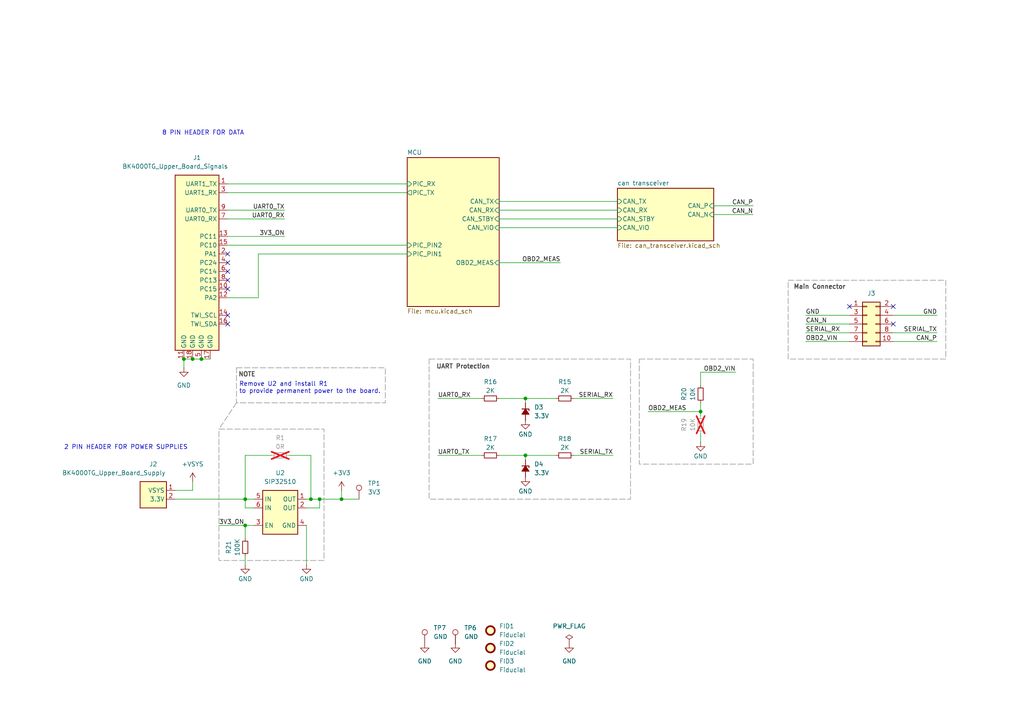
<source format=kicad_sch>
(kicad_sch (version 20250114) (generator "eeschema") (generator_version "9.0")
  (paper "A4")
  (title_block (title "CANLink") (date "2025-02-07") (rev "R1") (comment 1 "TOP"))
  (lib_symbols
    (symbol "Connector:TestPoint" (pin_numbers (hide yes)) (pin_names (offset 0.762) (hide yes))
      (property "Reference" "TP" (at 0 6.858 0))
      (property "Value" "TestPoint" (at 0 5.08 0))
      (symbol "TestPoint_0_1"
        (circle (center 0 3.302) (radius 0.762))
      )
      (symbol "TestPoint_1_1"
        (pin passive line (at 0 0 90) (length 2.54) (name "1") (number "1"))
      )
    )
    (symbol "Connector_Generic:Conn_02x05_Odd_Even" (pin_names (offset 1.016) (hide yes))
      (property "Reference" "J" (at 1.27 7.62 0))
      (property "Value" "Conn_02x05_Odd_Even" (at 1.27 -7.62 0))
      (symbol "Conn_02x05_Odd_Even_1_1"
        (rectangle (start -1.27 6.35) (end 3.81 -6.35) (stroke (width 0.254)) (fill (type background)))
        (rectangle (start -1.27 5.207) (end 0 4.953) (stroke (width 0.1524)))
        (rectangle (start -1.27 2.667) (end 0 2.413) (stroke (width 0.1524)))
        (rectangle (start -1.27 0.127) (end 0 -0.127) (stroke (width 0.1524)))
        (rectangle (start -1.27 -2.413) (end 0 -2.667) (stroke (width 0.1524)))
        (rectangle (start -1.27 -4.953) (end 0 -5.207) (stroke (width 0.1524)))
        (rectangle (start 3.81 5.207) (end 2.54 4.953) (stroke (width 0.1524)))
        (rectangle (start 3.81 2.667) (end 2.54 2.413) (stroke (width 0.1524)))
        (rectangle (start 3.81 0.127) (end 2.54 -0.127) (stroke (width 0.1524)))
        (rectangle (start 3.81 -2.413) (end 2.54 -2.667) (stroke (width 0.1524)))
        (rectangle (start 3.81 -4.953) (end 2.54 -5.207) (stroke (width 0.1524)))
        (pin passive line (at -5.08 5.08 0) (length 3.81) (name "Pin_1") (number "1"))
        (pin passive line (at -5.08 2.54 0) (length 3.81) (name "Pin_3") (number "3"))
        (pin passive line (at -5.08 0 0) (length 3.81) (name "Pin_5") (number "5"))
        (pin passive line (at -5.08 -2.54 0) (length 3.81) (name "Pin_7") (number "7"))
        (pin passive line (at -5.08 -5.08 0) (length 3.81) (name "Pin_9") (number "9"))
        (pin passive line (at 7.62 5.08 180) (length 3.81) (name "Pin_2") (number "2"))
        (pin passive line (at 7.62 2.54 180) (length 3.81) (name "Pin_4") (number "4"))
        (pin passive line (at 7.62 0 180) (length 3.81) (name "Pin_6") (number "6"))
        (pin passive line (at 7.62 -2.54 180) (length 3.81) (name "Pin_8") (number "8"))
        (pin passive line (at 7.62 -5.08 180) (length 3.81) (name "Pin_10") (number "10"))
      )
    )
    (symbol "Device:D_Zener_Small_Filled" (pin_numbers (hide yes)) (pin_names (offset 0.254) (hide yes))
      (property "Reference" "D" (at 0 2.286 0))
      (property "Value" "D_Zener_Small_Filled" (at 0 -2.286 0))
      (symbol "D_Zener_Small_Filled_0_1"
        (polyline (pts (xy -0.254 1.016) (xy -0.762 1.016) (xy -0.762 -1.016)) (stroke (width 0.254)))
        (polyline (pts (xy 0.762 1.016) (xy -0.762 0) (xy 0.762 -1.016) (xy 0.762 1.016)) (stroke (width 0.254)) (fill (type outline)))
        (polyline (pts (xy 0.762 0) (xy -0.762 0)))
      )
      (symbol "D_Zener_Small_Filled_1_1"
        (pin passive line (at -2.54 0 0) (length 1.778) (name "K") (number "1"))
        (pin passive line (at 2.54 0 180) (length 1.778) (name "A") (number "2"))
      )
    )
    (symbol "Device:R_Small" (pin_numbers (hide yes)) (pin_names (offset 0.254) (hide yes))
      (property "Reference" "R" (at 0.762 0.508 0))
      (property "Value" "R_Small" (at 0.762 -1.016 0))
      (symbol "R_Small_0_1"
        (rectangle (start -0.762 1.778) (end 0.762 -1.778) (stroke (width 0.2032)))
      )
      (symbol "R_Small_1_1"
        (pin passive line (at 0 2.54 270) (length 0.762) (name "~") (number "1"))
        (pin passive line (at 0 -2.54 90) (length 0.762) (name "~") (number "2"))
      )
    )
    (symbol "GND_1" (power) (pin_numbers (hide yes)) (pin_names (offset 0) (hide yes))
      (property "Value" "GND" (at 0 -3.81 0))
      (symbol "GND_1_0_1"
        (polyline (pts (xy 0 0) (xy 0 -1.27) (xy 1.27 -1.27) (xy 0 -2.54) (xy -1.27 -1.27) (xy 0 -1.27)))
      )
      (symbol "GND_1_1_1"
        (pin power_in line (at 0 0 270) (length 0) (name "~") (number "1"))
      )
    )
    (symbol "GND_3" (power) (pin_numbers (hide yes)) (pin_names (offset 0) (hide yes))
      (property "Value" "GND" (at 0 -3.81 0))
      (symbol "GND_3_0_1"
        (polyline (pts (xy 0 0) (xy 0 -1.27) (xy 1.27 -1.27) (xy 0 -2.54) (xy -1.27 -1.27) (xy 0 -1.27)))
      )
      (symbol "GND_3_1_1"
        (pin power_in line (at 0 0 270) (length 0) (name "~") (number "1"))
      )
    )
    (symbol "Mechanical:Fiducial"
      (property "Reference" "FID" (at 0 5.08 0))
      (property "Value" "Fiducial" (at 0 3.175 0))
      (symbol "Fiducial_0_1"
        (circle (center 0 0) (radius 1.27) (stroke (width 0.508)) (fill (type background)))
      )
    )
    (symbol "My_Libraries:+VSYS" (power) (in_bom no) (on_board no)
      (property "Value" "+VSYS" (at 0 3.81 0))
      (symbol "+VSYS_0_1"
        (polyline (pts (xy 0 2.54) (xy -0.762 1.27)))
        (polyline (pts (xy 0 2.54) (xy 0.762 1.27)))
        (polyline (pts (xy 0 0) (xy 0 2.54)))
      )
      (symbol "+VSYS_1_1"
        (pin power_in line (at 0 0 90) (length 0) (hide yes) (name "+VSYS") (number ""))
      )
    )
    (symbol "My_Libraries:BK4000TG_Upper_Board_Signals"
      (property "Reference" "J" (at 0 30.48 0))
      (property "Value" "BK4000TG_Upper_Board_Signals" (at 0 27.94 0))
      (symbol "BK4000TG_Upper_Board_Signals_0_1"
        (rectangle (start -5.08 25.4) (end 7.62 -25.4) (stroke (width 0.254)) (fill (type background)))
      )
      (symbol "BK4000TG_Upper_Board_Signals_1_1"
        (pin power_in line (at -2.54 -27.94 90) (length 2.54) (name "GND") (number "11"))
        (pin power_in line (at 0 -27.94 90) (length 2.54) (name "GND") (number "18"))
        (pin power_in line (at 2.54 -27.94 90) (length 2.54) (name "GND") (number "5"))
        (pin power_in line (at 5.08 -27.94 90) (length 2.54) (name "GND") (number "17"))
        (pin passive line (at 10.16 22.86 180) (length 2.54) (name "UART1_TX") (number "1"))
        (pin passive line (at 10.16 20.32 180) (length 2.54) (name "UART1_RX") (number "3"))
        (pin passive line (at 10.16 15.24 180) (length 2.54) (name "UART0_TX") (number "9"))
        (pin passive line (at 10.16 12.7 180) (length 2.54) (name "UART0_RX") (number "7"))
        (pin passive line (at 10.16 7.62 180) (length 2.54) (name "PC11") (number "13"))
        (pin passive line (at 10.16 5.08 180) (length 2.54) (name "PC10") (number "15"))
        (pin passive line (at 10.16 2.54 180) (length 2.54) (name "PA1") (number "2"))
        (pin passive line (at 10.16 0 180) (length 2.54) (name "PC24") (number "4"))
        (pin passive line (at 10.16 -2.54 180) (length 2.54) (name "PC14") (number "6"))
        (pin passive line (at 10.16 -5.08 180) (length 2.54) (name "PC13") (number "8"))
        (pin passive line (at 10.16 -7.62 180) (length 2.54) (name "PC15") (number "10"))
        (pin passive line (at 10.16 -10.16 180) (length 2.54) (name "PA2") (number "12"))
        (pin passive line (at 10.16 -15.24 180) (length 2.54) (name "TWI_SCL") (number "14"))
        (pin passive line (at 10.16 -17.78 180) (length 2.54) (name "TWI_SDA") (number "16"))
      )
    )
    (symbol "My_Libraries:BK4000TG_Upper_Board_Supply"
      (property "Reference" "J" (at 0 7.62 0))
      (property "Value" "BK4000TG_Upper_Board_Supply" (at 0 10.16 0))
      (symbol "BK4000TG_Upper_Board_Supply_0_1"
        (rectangle (start -5.08 2.54) (end 2.54 -5.08) (stroke (width 0.254)) (fill (type background)))
      )
      (symbol "BK4000TG_Upper_Board_Supply_1_1"
        (pin power_out line (at 5.08 0 180) (length 2.54) (name "VSYS") (number "1"))
        (pin power_out line (at 5.08 -2.54 180) (length 2.54) (name "3.3V") (number "2"))
      )
    )
    (symbol "My_Libraries:SIP32510"
      (property "Reference" "U" (at 0 7.62 0))
      (property "Value" "SIP32510" (at 0 7.62 0))
      (symbol "SIP32510_0_1"
        (rectangle (start -5.08 5.08) (end 5.08 -7.62) (stroke (width 0.254)) (fill (type background)))
      )
      (symbol "SIP32510_1_1"
        (pin power_in line (at -7.62 2.54 0) (length 2.54) (name "IN") (number "5"))
        (pin power_in line (at -7.62 0 0) (length 2.54) (name "IN") (number "6"))
        (pin input line (at -7.62 -5.08 0) (length 2.54) (name "EN") (number "3"))
        (pin power_out line (at 7.62 2.54 180) (length 2.54) (name "OUT") (number "1"))
        (pin power_out line (at 7.62 0 180) (length 2.54) (name "OUT") (number "2"))
        (pin power_in line (at 7.62 -5.08 180) (length 2.54) (name "GND") (number "4"))
      )
    )
    (symbol "PWR_FLAG_1" (power) (pin_numbers (hide yes)) (pin_names (offset 0) (hide yes))
      (property "Value" "PWR_FLAG" (at 0 3.81 0))
      (symbol "PWR_FLAG_1_0_0"
        (pin power_out line (at 0 0 90) (length 0) (name "~") (number "1"))
      )
      (symbol "PWR_FLAG_1_0_1"
        (polyline (pts (xy 0 0) (xy 0 1.27) (xy -1.016 1.905) (xy 0 2.54) (xy 1.016 1.905) (xy 0 1.27)))
      )
    )
    (symbol "power:+3V3" (power) (pin_numbers (hide yes)) (pin_names (offset 0) (hide yes))
      (property "Value" "+3V3" (at 0 3.556 0))
      (symbol "+3V3_0_1"
        (polyline (pts (xy -0.762 1.27) (xy 0 2.54)))
        (polyline (pts (xy 0 2.54) (xy 0.762 1.27)))
        (polyline (pts (xy 0 0) (xy 0 2.54)))
      )
      (symbol "+3V3_1_1"
        (pin power_in line (at 0 0 90) (length 0) (name "~") (number "1"))
      )
    )
  )
  (rectangle (start 228.6 81.28) (end 274.32 104.14) (stroke (width 0) (type dash) (color 132 132 132 1)))
  (rectangle (start 63.5 124.46) (end 93.98 162.56) (stroke (width 0) (type dash) (color 132 132 132 1)))
  (rectangle (start 124.46 104.14) (end 182.88 144.78) (stroke (width 0) (type dash) (color 132 132 132 1)))
  (rectangle (start 185.42 104.14) (end 218.44 134.62) (stroke (width 0) (type dash) (color 132 132 132 1)))
  (rectangle (start 68.58 106.68) (end 111.76 116.84) (stroke (width 0) (type dash) (color 132 132 132 1)))
  (text "8 PIN HEADER FOR DATA" (at 46.99 39.37 0) (effects (font (size 1.27 1.27)) (justify left bottom)))
  (text "NOTE" (at 69.088 109.474 0) (effects (font (size 1.27 1.27) (thickness 0.254) (bold yes)) (justify left bottom)))
  (text "2 PIN HEADER FOR POWER SUPPLIES" (at 18.542 130.556 0) (effects (font (size 1.27 1.27)) (justify left bottom)))
  (text "Main Connector" (at 230.124 84.074 0) (effects (font (size 1.27 1.27) (thickness 0.254) (bold yes)) (justify left bottom)))
  (text "UART Protection" (at 126.492 107.188 0) (effects (font (size 1.27 1.27) (thickness 0.254) (bold yes)) (justify left bottom)))
  (text "Remove U2 and install R1\nto provide permanent power to the board." (at 69.342 112.522 0) (effects (font (size 1.27 1.27)) (justify left)))
  (junction (at 152.4 132.08))
  (junction (at 55.88 104.14))
  (junction (at 53.34 104.14))
  (junction (at 71.12 152.4))
  (junction (at 90.17 144.78))
  (junction (at 203.2 119.38))
  (junction (at 92.71 144.78))
  (junction (at 71.12 144.78))
  (junction (at 99.06 144.78))
  (junction (at 58.42 104.14))
  (junction (at 152.4 115.57))
  (no_connect (at 259.08 93.98))
  (no_connect (at 246.38 88.9))
  (no_connect (at 66.04 73.66))
  (no_connect (at 66.04 81.28))
  (no_connect (at 66.04 83.82))
  (no_connect (at 66.04 78.74))
  (no_connect (at 66.04 76.2))
  (no_connect (at 66.04 93.98))
  (no_connect (at 66.04 91.44))
  (no_connect (at 259.08 88.9))
  (wire (pts (xy 259.08 99.06) (xy 271.78 99.06)))
  (wire (pts (xy 166.37 132.08) (xy 177.8 132.08)))
  (wire (pts (xy 161.29 132.08) (xy 152.4 132.08)))
  (wire (pts (xy 83.82 132.08) (xy 90.17 132.08)))
  (wire (pts (xy 213.36 107.95) (xy 203.2 107.95)))
  (wire (pts (xy 63.5 152.4) (xy 71.12 152.4)))
  (wire (pts (xy 259.08 91.44) (xy 271.78 91.44)))
  (wire (pts (xy 203.2 107.95) (xy 203.2 111.76)))
  (wire (pts (xy 66.04 68.58) (xy 82.55 68.58)))
  (wire (pts (xy 90.17 144.78) (xy 92.71 144.78)))
  (wire (pts (xy 144.78 63.5) (xy 179.07 63.5)))
  (wire (pts (xy 71.12 156.21) (xy 71.12 152.4)))
  (wire (pts (xy 233.68 96.52) (xy 246.38 96.52)))
  (wire (pts (xy 271.78 96.52) (xy 259.08 96.52)))
  (wire (pts (xy 233.68 99.06) (xy 246.38 99.06)))
  (wire (pts (xy 144.78 132.08) (xy 152.4 132.08)))
  (wire (pts (xy 233.68 91.44) (xy 246.38 91.44)))
  (wire (pts (xy 144.78 115.57) (xy 152.4 115.57)))
  (wire (pts (xy 152.4 132.08) (xy 152.4 133.35)))
  (wire (pts (xy 66.04 53.34) (xy 118.11 53.34)))
  (wire (pts (xy 161.29 115.57) (xy 152.4 115.57)))
  (wire (pts (xy 71.12 161.29) (xy 71.12 163.83)))
  (wire (pts (xy 152.4 115.57) (xy 152.4 116.84)))
  (wire (pts (xy 58.42 104.14) (xy 60.96 104.14)))
  (wire (pts (xy 203.2 119.38) (xy 203.2 120.65)))
  (wire (pts (xy 66.04 55.88) (xy 118.11 55.88)))
  (wire (pts (xy 207.01 59.69) (xy 218.44 59.69)))
  (wire (pts (xy 71.12 152.4) (xy 73.66 152.4)))
  (wire (pts (xy 88.9 144.78) (xy 90.17 144.78)))
  (wire (pts (xy 71.12 132.08) (xy 71.12 144.78)))
  (wire (pts (xy 66.04 86.36) (xy 74.93 86.36)))
  (wire (pts (xy 74.93 86.36) (xy 74.93 73.66)))
  (wire (pts (xy 203.2 116.84) (xy 203.2 119.38)))
  (wire (pts (xy 88.9 152.4) (xy 88.9 163.83)))
  (wire (pts (xy 187.96 119.38) (xy 203.2 119.38)))
  (wire (pts (xy 144.78 76.2) (xy 162.56 76.2)))
  (wire (pts (xy 203.2 125.73) (xy 203.2 128.27)))
  (wire (pts (xy 127 115.57) (xy 139.7 115.57)))
  (wire (pts (xy 144.78 66.04) (xy 179.07 66.04)))
  (wire (pts (xy 99.06 144.78) (xy 99.06 142.24)))
  (wire (pts (xy 82.55 60.96) (xy 66.04 60.96)))
  (wire (pts (xy 144.78 58.42) (xy 179.07 58.42)))
  (wire (pts (xy 53.34 104.14) (xy 53.34 106.68)))
  (wire (pts (xy 50.8 142.24) (xy 55.88 142.24)))
  (wire (pts (xy 55.88 139.7) (xy 55.88 142.24)))
  (polyline (pts (xy 68.58 116.84) (xy 63.5 124.46)) (stroke (width 0) (type dash) (color 132 132 132 1)))
  (wire (pts (xy 71.12 147.32) (xy 71.12 144.78)))
  (wire (pts (xy 92.71 147.32) (xy 92.71 144.78)))
  (wire (pts (xy 74.93 73.66) (xy 118.11 73.66)))
  (wire (pts (xy 66.04 71.12) (xy 118.11 71.12)))
  (wire (pts (xy 73.66 147.32) (xy 71.12 147.32)))
  (wire (pts (xy 144.78 60.96) (xy 179.07 60.96)))
  (wire (pts (xy 50.8 144.78) (xy 71.12 144.78)))
  (wire (pts (xy 99.06 144.78) (xy 104.14 144.78)))
  (wire (pts (xy 78.74 132.08) (xy 71.12 132.08)))
  (wire (pts (xy 90.17 132.08) (xy 90.17 144.78)))
  (wire (pts (xy 233.68 93.98) (xy 246.38 93.98)))
  (wire (pts (xy 55.88 104.14) (xy 58.42 104.14)))
  (wire (pts (xy 207.01 62.23) (xy 218.44 62.23)))
  (wire (pts (xy 99.06 144.78) (xy 92.71 144.78)))
  (wire (pts (xy 53.34 104.14) (xy 55.88 104.14)))
  (wire (pts (xy 71.12 144.78) (xy 73.66 144.78)))
  (wire (pts (xy 127 132.08) (xy 139.7 132.08)))
  (wire (pts (xy 88.9 147.32) (xy 92.71 147.32)))
  (wire (pts (xy 66.04 63.5) (xy 82.55 63.5)))
  (wire (pts (xy 166.37 115.57) (xy 177.8 115.57)))
  (label "CAN_N" (at 218.44 62.23 180))
  (label "SERIAL_TX" (at 271.78 96.52 180))
  (label "GND" (at 271.78 91.44 180))
  (label "UART0_TX" (at 82.55 60.96 180))
  (label "3V3_ON" (at 82.55 68.58 180))
  (label "OBD2_MEAS" (at 162.56 76.2 180))
  (label "SERIAL_RX" (at 233.68 96.52 0))
  (label "UART0_TX" (at 127 132.08 0))
  (label "UART0_RX" (at 127 115.57 0))
  (label "GND" (at 233.68 91.44 0))
  (label "UART0_RX" (at 82.55 63.5 180))
  (label "SERIAL_RX" (at 177.8 115.57 180))
  (label "CAN_P" (at 271.78 99.06 180))
  (label "OBD2_MEAS" (at 187.96 119.38 0))
  (label "CAN_P" (at 218.44 59.69 180))
  (label "SERIAL_TX" (at 177.8 132.08 180))
  (label "OBD2_VIN" (at 213.36 107.95 180))
  (label "OBD2_VIN" (at 233.68 99.06 0))
  (label "3V3_ON" (at 63.5 152.4 0))
  (label "CAN_N" (at 233.68 93.98 0))
  (symbol (lib_name "GND_1") (lib_id "power:GND") (at 88.9 163.83 0) (unit 1)
    (property "Reference" "#PWR05" (effects (hide yes)))
    (property "Value" "GND" (at 88.9 167.894 0))
    (property "Description" "Power symbol creates a global label with name \"GND\" , ground" (effects (hide yes)))
  )
  (symbol (lib_id "My_Libraries:BK4000TG_Upper_Board_Supply") (at 45.72 142.24 0) (unit 1)
    (property "Reference" "J2" (at 44.45 134.62 0))
    (property "Value" "BK4000TG_Upper_Board_Supply" (at 33.02 137.16 0))
    (property "Footprint" "Connector_PinSocket_2.54mm:PinSocket_1x02_P2.54mm_Vertical" (effects (hide yes)))
  )
  (symbol (lib_id "Device:R_Small") (at 81.28 132.08 90) (unit 1) (dnp yes)
    (property "Reference" "R1" (at 81.28 127 90))
    (property "Value" "0R" (at 81.28 129.54 90))
    (property "Footprint" "Resistor_SMD:R_0805_2012Metric_Pad1.20x1.40mm_HandSolder" (effects (hide yes)))
    (property "Description" "Resistor, small symbol" (effects (hide yes)))
  )
  (symbol (lib_id "My_Libraries:BK4000TG_Upper_Board_Signals") (at 55.88 76.2 0) (unit 1)
    (property "Reference" "J1" (at 57.15 45.72 0))
    (property "Value" "BK4000TG_Upper_Board_Signals" (at 50.8 48.26 0))
    (property "Footprint" "Connector_PinSocket_2.54mm:PinSocket_2x09_P2.54mm_Vertical" (effects (hide yes)))
  )
  (symbol (lib_id "Connector:TestPoint") (at 123.19 186.69 0) (unit 1)
    (property "Reference" "TP7" (at 125.73 182.1179 0) (effects (justify left)))
    (property "Value" "GND" (at 125.73 184.6579 0) (effects (justify left)))
    (property "Footprint" "TestPoint:TestPoint_Pad_D2.0mm" (effects (hide yes)))
    (property "Description" "test point" (effects (hide yes)))
  )
  (symbol (lib_id "Connector:TestPoint") (at 104.14 144.78 0) (unit 1)
    (property "Reference" "TP1" (at 106.68 140.2079 0) (effects (justify left)))
    (property "Value" "3V3" (at 106.68 142.7479 0) (effects (justify left)))
    (property "Footprint" "TestPoint:TestPoint_Pad_D2.0mm" (effects (hide yes)))
    (property "Description" "test point" (effects (hide yes)))
  )
  (symbol (lib_name "GND_3") (lib_id "power:GND") (at 132.08 186.69 0) (unit 1)
    (property "Reference" "#PWR09" (effects (hide yes)))
    (property "Value" "GND" (at 132.08 191.77 0))
    (property "Description" "Power symbol creates a global label with name \"GND\" , ground" (effects (hide yes)))
  )
  (symbol (lib_id "power:+3V3") (at 99.06 142.24 0) (unit 1)
    (property "Reference" "#PWR08" (effects (hide yes)))
    (property "Value" "+3V3" (at 99.06 137.16 0))
    (property "Description" "Power symbol creates a global label with name \"+3V3\"" (effects (hide yes)))
  )
  (symbol (lib_id "Device:R_Small") (at 203.2 123.19 0) (unit 1) (dnp yes)
    (property "Reference" "R19" (at 198.374 123.19 90))
    (property "Value" "10K" (at 200.914 123.19 90))
    (property "Footprint" "Resistor_SMD:R_0603_1608Metric" (effects (hide yes)))
  )
  (symbol (lib_id "Mechanical:Fiducial") (at 142.24 182.88 0) (unit 1)
    (property "Reference" "FID1" (at 144.78 181.6099 0) (effects (justify left)))
    (property "Value" "Fiducial" (at 144.78 184.1499 0) (effects (justify left)))
    (property "Footprint" "Fiducial:Fiducial_1mm_Mask2mm" (effects (hide yes)))
  )
  (symbol (lib_id "Connector:TestPoint") (at 132.08 186.69 0) (unit 1)
    (property "Reference" "TP6" (at 134.62 182.1179 0) (effects (justify left)))
    (property "Value" "GND" (at 134.62 184.6579 0) (effects (justify left)))
    (property "Footprint" "TestPoint:TestPoint_Pad_D2.0mm" (effects (hide yes)))
    (property "Description" "test point" (effects (hide yes)))
  )
  (symbol (lib_id "Device:D_Zener_Small_Filled") (at 152.4 135.89 270) (unit 1)
    (property "Reference" "D4" (at 154.94 134.6199 90) (effects (justify left)))
    (property "Value" "3.3V" (at 154.94 137.1599 90) (effects (justify left)))
    (property "Footprint" "Diode_SMD:D_SOD-123" (effects (hide yes)))
    (property "Description" "Zener diode, small symbol, filled shape" (effects (hide yes)))
  )
  (symbol (lib_name "GND_3") (lib_id "power:GND") (at 165.1 186.69 0) (unit 1)
    (property "Reference" "#PWR07" (effects (hide yes)))
    (property "Value" "GND" (at 165.1 191.77 0))
    (property "Description" "Power symbol creates a global label with name \"GND\" , ground" (effects (hide yes)))
  )
  (symbol (lib_name "GND_1") (lib_id "power:GND") (at 152.4 138.43 0) (unit 1)
    (property "Reference" "#PWR02" (effects (hide yes)))
    (property "Value" "GND" (at 152.4 142.494 0))
    (property "Description" "Power symbol creates a global label with name \"GND\" , ground" (effects (hide yes)))
  )
  (symbol (lib_id "Mechanical:Fiducial") (at 142.24 193.04 0) (unit 1)
    (property "Reference" "FID3" (at 144.78 191.7699 0) (effects (justify left)))
    (property "Value" "Fiducial" (at 144.78 194.3099 0) (effects (justify left)))
    (property "Footprint" "Fiducial:Fiducial_1mm_Mask2mm" (effects (hide yes)))
  )
  (symbol (lib_name "GND_1") (lib_id "power:GND") (at 71.12 163.83 0) (unit 1)
    (property "Reference" "#PWR04" (effects (hide yes)))
    (property "Value" "GND" (at 71.12 167.894 0))
    (property "Description" "Power symbol creates a global label with name \"GND\" , ground" (effects (hide yes)))
  )
  (symbol (lib_id "Device:R_Small") (at 163.83 115.57 270) (unit 1)
    (property "Reference" "R15" (at 163.83 110.744 90))
    (property "Value" "2K" (at 163.83 113.284 90))
    (property "Footprint" "Resistor_SMD:R_0603_1608Metric" (effects (hide yes)))
  )
  (symbol (lib_id "Device:R_Small") (at 71.12 158.75 0) (unit 1)
    (property "Reference" "R21" (at 66.294 158.75 90))
    (property "Value" "100K" (at 68.834 158.75 90))
    (property "Footprint" "Resistor_SMD:R_0603_1608Metric" (effects (hide yes)))
  )
  (symbol (lib_id "Mechanical:Fiducial") (at 142.24 187.96 0) (unit 1)
    (property "Reference" "FID2" (at 144.78 186.6899 0) (effects (justify left)))
    (property "Value" "Fiducial" (at 144.78 189.2299 0) (effects (justify left)))
    (property "Footprint" "Fiducial:Fiducial_1mm_Mask2mm" (effects (hide yes)))
  )
  (symbol (lib_id "My_Libraries:+VSYS") (at 55.88 139.7 0) (unit 1) (in_bom no) (on_board no)
    (property "Reference" "#PWR0101" (effects (hide yes)))
    (property "Value" "+VSYS" (at 55.88 134.62 0))
  )
  (symbol (lib_id "Device:R_Small") (at 203.2 114.3 0) (unit 1)
    (property "Reference" "R20" (at 198.374 114.3 90))
    (property "Value" "10K" (at 200.914 114.3 90))
    (property "Footprint" "Resistor_SMD:R_0603_1608Metric" (effects (hide yes)))
  )
  (symbol (lib_id "Device:R_Small") (at 142.24 115.57 270) (unit 1)
    (property "Reference" "R16" (at 142.24 110.744 90))
    (property "Value" "2K" (at 142.24 113.284 90))
    (property "Footprint" "Resistor_SMD:R_0603_1608Metric" (effects (hide yes)))
  )
  (symbol (lib_id "Connector_Generic:Conn_02x05_Odd_Even") (at 251.46 93.98 0) (unit 1)
    (property "Reference" "J3" (at 252.73 85.09 0))
    (property "Value" "Conn_02x05_Odd_Even" (effects (hide yes)))
    (property "Footprint" "Connector_Molex:Molex_Mini-Fit_Jr_5569-10A2_2x05_P4.20mm_Horizontal" (effects (hide yes)))
  )
  (symbol (lib_id "My_Libraries:SIP32510") (at 81.28 147.32 0) (unit 1)
    (property "Reference" "U2" (at 81.28 137.16 0))
    (property "Value" "SIP32510" (at 81.28 139.7 0))
    (property "Footprint" "Package_TO_SOT_SMD:TSOT-23-6" (effects (hide yes)))
    (property "Description" "1.1 V to 5.5 V, Slew Rate Controlled Load Switch 44mΩ 3A TSOT-23-6" (effects (hide yes)))
  )
  (symbol (lib_name "GND_3") (lib_id "power:GND") (at 123.19 186.69 0) (unit 1)
    (property "Reference" "#PWR025" (effects (hide yes)))
    (property "Value" "GND" (at 123.19 191.77 0))
    (property "Description" "Power symbol creates a global label with name \"GND\" , ground" (effects (hide yes)))
  )
  (symbol (lib_id "Device:R_Small") (at 142.24 132.08 270) (unit 1)
    (property "Reference" "R17" (at 142.24 127.254 90))
    (property "Value" "2K" (at 142.24 129.794 90))
    (property "Footprint" "Resistor_SMD:R_0603_1608Metric" (effects (hide yes)))
  )
  (symbol (lib_id "Device:R_Small") (at 163.83 132.08 270) (unit 1)
    (property "Reference" "R18" (at 163.83 127.254 90))
    (property "Value" "2K" (at 163.83 129.794 90))
    (property "Footprint" "Resistor_SMD:R_0603_1608Metric" (effects (hide yes)))
  )
  (symbol (lib_name "GND_1") (lib_id "power:GND") (at 203.2 128.27 0) (unit 1)
    (property "Reference" "#PWR03" (effects (hide yes)))
    (property "Value" "GND" (at 203.2 132.334 0))
    (property "Description" "Power symbol creates a global label with name \"GND\" , ground" (effects (hide yes)))
  )
  (symbol (lib_name "GND_1") (lib_id "power:GND") (at 53.34 106.68 0) (unit 1)
    (property "Reference" "#PWR016" (effects (hide yes)))
    (property "Value" "GND" (at 53.34 111.76 0))
    (property "Description" "Power symbol creates a global label with name \"GND\" , ground" (effects (hide yes)))
  )
  (symbol (lib_name "PWR_FLAG_1") (lib_id "power:PWR_FLAG") (at 165.1 186.69 0) (unit 1)
    (property "Reference" "#FLG02" (effects (hide yes)))
    (property "Value" "PWR_FLAG" (at 165.1 181.61 0))
    (property "Description" "Special symbol for telling ERC where power comes from" (effects (hide yes)))
  )
  (symbol (lib_id "Device:D_Zener_Small_Filled") (at 152.4 119.38 270) (unit 1)
    (property "Reference" "D3" (at 154.94 118.1099 90) (effects (justify left)))
    (property "Value" "3.3V" (at 154.94 120.6499 90) (effects (justify left)))
    (property "Footprint" "Diode_SMD:D_SOD-123" (effects (hide yes)))
    (property "Description" "Zener diode, small symbol, filled shape" (effects (hide yes)))
  )
  (symbol (lib_name "GND_1") (lib_id "power:GND") (at 152.4 121.92 0) (unit 1)
    (property "Reference" "#PWR01" (effects (hide yes)))
    (property "Value" "GND" (at 152.4 125.984 0))
    (property "Description" "Power symbol creates a global label with name \"GND\" , ground" (effects (hide yes)))
  )
  (sheet (at 179.07 54.61) (size 27.94 15.24) (stroke (width 0.254)) (fill (color 255 255 194 1.0000))
    (property "Sheetname" "can transceiver" (at 179.07 53.8476 0) (effects (justify left bottom)))
    (property "Sheetfile" "can_transceiver.kicad_sch" (at 179.07 70.4854 0) (effects (justify left top)))
    (pin "CAN_P" input (at 207.01 59.69 0))
    (pin "CAN_N" input (at 207.01 62.23 0))
    (pin "CAN_TX" input (at 179.07 58.42 180))
    (pin "CAN_STBY" input (at 179.07 63.5 180))
    (pin "CAN_RX" input (at 179.07 60.96 180))
    (pin "CAN_VIO" input (at 179.07 66.04 180))
  )
  (sheet (at 118.11 45.72) (size 26.67 43.18) (stroke (width 0.254)) (fill (color 255 255 194 1.0000))
    (property "Sheetname" "MCU" (at 118.11 44.9576 0) (effects (justify left bottom)))
    (property "Sheetfile" "mcu.kicad_sch" (at 118.11 89.5354 0) (effects (justify left top)))
    (pin "OBD2_MEAS" input (at 144.78 76.2 0))
    (pin "PIC_RX" input (at 118.11 53.34 180))
    (pin "PIC_TX" output (at 118.11 55.88 180))
    (pin "CAN_STBY" input (at 144.78 63.5 0))
    (pin "CAN_TX" input (at 144.78 58.42 0))
    (pin "CAN_RX" input (at 144.78 60.96 0))
    (pin "PIC_PIN1" input (at 118.11 73.66 180))
    (pin "PIC_PIN2" input (at 118.11 71.12 180))
    (pin "CAN_VIO" input (at 144.78 66.04 0))
  )
)
</source>
